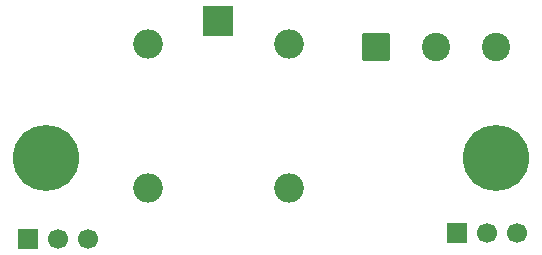
<source format=gbr>
%TF.GenerationSoftware,KiCad,Pcbnew,9.0.3*%
%TF.CreationDate,2025-10-25T21:32:03-05:00*%
%TF.ProjectId,AmmeterRelays,416d6d65-7465-4725-9265-6c6179732e6b,rev?*%
%TF.SameCoordinates,Original*%
%TF.FileFunction,Soldermask,Bot*%
%TF.FilePolarity,Negative*%
%FSLAX46Y46*%
G04 Gerber Fmt 4.6, Leading zero omitted, Abs format (unit mm)*
G04 Created by KiCad (PCBNEW 9.0.3) date 2025-10-25 21:32:03*
%MOMM*%
%LPD*%
G01*
G04 APERTURE LIST*
G04 Aperture macros list*
%AMRoundRect*
0 Rectangle with rounded corners*
0 $1 Rounding radius*
0 $2 $3 $4 $5 $6 $7 $8 $9 X,Y pos of 4 corners*
0 Add a 4 corners polygon primitive as box body*
4,1,4,$2,$3,$4,$5,$6,$7,$8,$9,$2,$3,0*
0 Add four circle primitives for the rounded corners*
1,1,$1+$1,$2,$3*
1,1,$1+$1,$4,$5*
1,1,$1+$1,$6,$7*
1,1,$1+$1,$8,$9*
0 Add four rect primitives between the rounded corners*
20,1,$1+$1,$2,$3,$4,$5,0*
20,1,$1+$1,$4,$5,$6,$7,0*
20,1,$1+$1,$6,$7,$8,$9,0*
20,1,$1+$1,$8,$9,$2,$3,0*%
G04 Aperture macros list end*
%ADD10C,3.600000*%
%ADD11C,5.600000*%
%ADD12C,1.700000*%
%ADD13R,1.700000X1.700000*%
%ADD14R,2.500000X2.500000*%
%ADD15O,2.500000X2.500000*%
%ADD16RoundRect,0.250001X-0.949999X-0.949999X0.949999X-0.949999X0.949999X0.949999X-0.949999X0.949999X0*%
%ADD17C,2.400000*%
G04 APERTURE END LIST*
D10*
%TO.C,H2*%
X57658000Y-45212000D03*
D11*
X57658000Y-45212000D03*
%TD*%
D10*
%TO.C,H1*%
X19558000Y-45212000D03*
D11*
X19558000Y-45212000D03*
%TD*%
D12*
%TO.C,J3*%
X59436000Y-51562000D03*
X56896000Y-51562000D03*
D13*
X54356000Y-51562000D03*
%TD*%
D12*
%TO.C,J2*%
X23114000Y-52070000D03*
X20574000Y-52070000D03*
D13*
X18034000Y-52070000D03*
%TD*%
D14*
%TO.C,K1*%
X34154000Y-33597000D03*
D15*
X28154000Y-35597000D03*
X28154000Y-47797000D03*
X40154000Y-47797000D03*
X40154000Y-35597000D03*
%TD*%
D16*
%TO.C,J1*%
X47498000Y-35814000D03*
D17*
X52578000Y-35814000D03*
X57658000Y-35814000D03*
%TD*%
M02*

</source>
